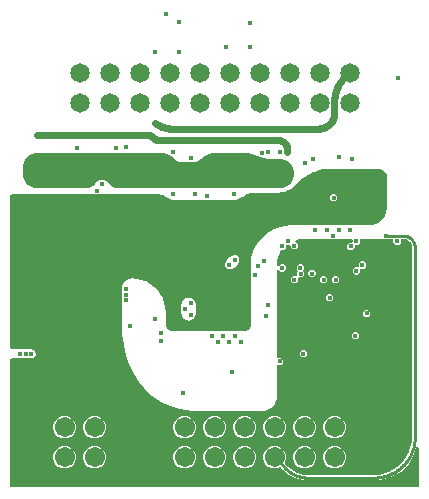
<source format=gbr>
G04 EAGLE Gerber RS-274X export*
G75*
%MOMM*%
%FSLAX34Y34*%
%LPD*%
%INCopper Layer 2*%
%IPPOS*%
%AMOC8*
5,1,8,0,0,1.08239X$1,22.5*%
G01*
%ADD10C,1.705100*%
%ADD11C,1.650000*%
%ADD12C,0.400000*%
%ADD13C,0.609600*%
%ADD14C,0.254000*%

G36*
X-35500Y94251D02*
X-35500Y94251D01*
X25429Y94251D01*
X25517Y94262D01*
X25568Y94259D01*
X26474Y94361D01*
X26697Y94415D01*
X26747Y94423D01*
X27608Y94724D01*
X27813Y94827D01*
X27860Y94845D01*
X28632Y95330D01*
X28809Y95476D01*
X28850Y95505D01*
X29495Y96150D01*
X29636Y96331D01*
X29670Y96368D01*
X30155Y97140D01*
X30251Y97349D01*
X30276Y97392D01*
X30577Y98253D01*
X30625Y98477D01*
X30639Y98526D01*
X30741Y99432D01*
X30740Y99521D01*
X30749Y99571D01*
X30749Y149955D01*
X31096Y154803D01*
X32119Y159508D01*
X33802Y164019D01*
X36110Y168245D01*
X38995Y172100D01*
X42400Y175505D01*
X46255Y178390D01*
X50481Y180698D01*
X54992Y182381D01*
X59697Y183404D01*
X64545Y183751D01*
X130000Y183751D01*
X130067Y183759D01*
X130109Y183756D01*
X132714Y183983D01*
X132862Y184016D01*
X132928Y184021D01*
X135454Y184698D01*
X135594Y184756D01*
X135658Y184772D01*
X138028Y185877D01*
X138157Y185959D01*
X138217Y185986D01*
X140358Y187486D01*
X140471Y187588D01*
X140525Y187626D01*
X142374Y189475D01*
X142467Y189595D01*
X142514Y189642D01*
X144014Y191783D01*
X144084Y191918D01*
X144123Y191972D01*
X145228Y194342D01*
X145274Y194487D01*
X145302Y194546D01*
X145979Y197072D01*
X145999Y197223D01*
X146017Y197286D01*
X146245Y199891D01*
X146242Y199959D01*
X146249Y200000D01*
X146249Y224000D01*
X146240Y224076D01*
X146243Y224122D01*
X146128Y225293D01*
X146088Y225469D01*
X146080Y225533D01*
X145739Y226659D01*
X145665Y226824D01*
X145645Y226885D01*
X145091Y227922D01*
X144986Y228069D01*
X144955Y228126D01*
X144208Y229035D01*
X144077Y229159D01*
X144035Y229208D01*
X143126Y229955D01*
X142973Y230051D01*
X142922Y230091D01*
X141885Y230645D01*
X141716Y230709D01*
X141659Y230739D01*
X140533Y231080D01*
X140355Y231110D01*
X140293Y231128D01*
X139122Y231243D01*
X139046Y231241D01*
X139000Y231249D01*
X97000Y231249D01*
X96952Y231243D01*
X96921Y231247D01*
X92335Y230956D01*
X92235Y230936D01*
X92178Y230936D01*
X87666Y230067D01*
X87569Y230035D01*
X87513Y230027D01*
X83148Y228594D01*
X83055Y228550D01*
X83001Y228535D01*
X78851Y226562D01*
X78765Y226507D01*
X78713Y226485D01*
X74846Y224003D01*
X74768Y223937D01*
X74719Y223909D01*
X71198Y220957D01*
X71151Y220907D01*
X71117Y220883D01*
X66661Y216428D01*
X64436Y214610D01*
X61988Y213167D01*
X59350Y212112D01*
X56583Y211469D01*
X53703Y211249D01*
X35500Y211249D01*
X35487Y211248D01*
X35479Y211249D01*
X33028Y211207D01*
X32915Y211191D01*
X32855Y211192D01*
X30433Y210811D01*
X30323Y210779D01*
X30264Y210772D01*
X27918Y210058D01*
X27814Y210012D01*
X27756Y209996D01*
X25533Y208964D01*
X25436Y208903D01*
X25380Y208880D01*
X23328Y207553D01*
X21720Y206538D01*
X20057Y205831D01*
X18301Y205399D01*
X16450Y205249D01*
X-33892Y205249D01*
X-35758Y205358D01*
X-37504Y205774D01*
X-39150Y206489D01*
X-40734Y207539D01*
X-42015Y208395D01*
X-42145Y208459D01*
X-42199Y208496D01*
X-43605Y209126D01*
X-43744Y209168D01*
X-43804Y209195D01*
X-45296Y209580D01*
X-45439Y209598D01*
X-45503Y209615D01*
X-47038Y209745D01*
X-47103Y209742D01*
X-47143Y209749D01*
X-171750Y209749D01*
X-171875Y209733D01*
X-172000Y209724D01*
X-172031Y209713D01*
X-172063Y209709D01*
X-172180Y209663D01*
X-172299Y209622D01*
X-172326Y209604D01*
X-172356Y209592D01*
X-172457Y209518D01*
X-172563Y209449D01*
X-172584Y209425D01*
X-172610Y209406D01*
X-172690Y209308D01*
X-172774Y209215D01*
X-172789Y209186D01*
X-172810Y209161D01*
X-172863Y209047D01*
X-172921Y208936D01*
X-172925Y208910D01*
X-172942Y208875D01*
X-172998Y208564D01*
X-172995Y208525D01*
X-172999Y208500D01*
X-172999Y80348D01*
X-172990Y80275D01*
X-172991Y80201D01*
X-172970Y80119D01*
X-172959Y80035D01*
X-172932Y79967D01*
X-172914Y79895D01*
X-172874Y79821D01*
X-172842Y79742D01*
X-172799Y79683D01*
X-172763Y79618D01*
X-172706Y79556D01*
X-172656Y79488D01*
X-172598Y79441D01*
X-172548Y79387D01*
X-172497Y79358D01*
X-172411Y79289D01*
X-172209Y79195D01*
X-172163Y79169D01*
X-171525Y78946D01*
X-171301Y78898D01*
X-171252Y78884D01*
X-170140Y78759D01*
X-170051Y78760D01*
X-170000Y78751D01*
X-155070Y78751D01*
X-154167Y78649D01*
X-153376Y78372D01*
X-152666Y77926D01*
X-152074Y77334D01*
X-151628Y76624D01*
X-151351Y75833D01*
X-151257Y75000D01*
X-151351Y74167D01*
X-151628Y73376D01*
X-152074Y72666D01*
X-152666Y72074D01*
X-153376Y71628D01*
X-154167Y71351D01*
X-155070Y71249D01*
X-170000Y71249D01*
X-170088Y71238D01*
X-170140Y71241D01*
X-171252Y71116D01*
X-171476Y71062D01*
X-171525Y71054D01*
X-172163Y70831D01*
X-172229Y70798D01*
X-172299Y70774D01*
X-172370Y70727D01*
X-172445Y70690D01*
X-172501Y70641D01*
X-172563Y70600D01*
X-172619Y70538D01*
X-172683Y70483D01*
X-172725Y70422D01*
X-172774Y70367D01*
X-172814Y70292D01*
X-172861Y70222D01*
X-172887Y70153D01*
X-172921Y70087D01*
X-172931Y70029D01*
X-172969Y69926D01*
X-172990Y69703D01*
X-172999Y69652D01*
X-172999Y-36750D01*
X-172983Y-36875D01*
X-172974Y-37000D01*
X-172963Y-37031D01*
X-172959Y-37063D01*
X-172913Y-37180D01*
X-172872Y-37299D01*
X-172854Y-37326D01*
X-172842Y-37356D01*
X-172768Y-37457D01*
X-172699Y-37563D01*
X-172675Y-37584D01*
X-172656Y-37610D01*
X-172558Y-37690D01*
X-172465Y-37774D01*
X-172436Y-37789D01*
X-172411Y-37810D01*
X-172297Y-37863D01*
X-172186Y-37921D01*
X-172160Y-37925D01*
X-172125Y-37942D01*
X-171814Y-37998D01*
X-171775Y-37995D01*
X-171750Y-37999D01*
X171750Y-37999D01*
X171875Y-37983D01*
X172000Y-37974D01*
X172031Y-37963D01*
X172063Y-37959D01*
X172180Y-37913D01*
X172299Y-37872D01*
X172326Y-37854D01*
X172356Y-37842D01*
X172457Y-37768D01*
X172563Y-37699D01*
X172584Y-37675D01*
X172610Y-37656D01*
X172690Y-37558D01*
X172774Y-37465D01*
X172789Y-37436D01*
X172810Y-37411D01*
X172863Y-37297D01*
X172921Y-37186D01*
X172925Y-37160D01*
X172942Y-37125D01*
X172998Y-36814D01*
X172995Y-36775D01*
X172999Y-36750D01*
X172999Y-5307D01*
X172980Y-5157D01*
X172962Y-5004D01*
X172960Y-4999D01*
X172959Y-4994D01*
X172903Y-4853D01*
X172848Y-4710D01*
X172844Y-4706D01*
X172842Y-4701D01*
X172752Y-4578D01*
X172663Y-4454D01*
X172659Y-4451D01*
X172656Y-4446D01*
X172539Y-4351D01*
X172420Y-4253D01*
X172416Y-4250D01*
X172411Y-4247D01*
X172272Y-4183D01*
X172135Y-4118D01*
X172130Y-4117D01*
X172125Y-4115D01*
X171975Y-4088D01*
X171825Y-4060D01*
X171820Y-4060D01*
X171814Y-4059D01*
X171662Y-4071D01*
X171510Y-4081D01*
X171505Y-4082D01*
X171500Y-4083D01*
X171354Y-4132D01*
X171211Y-4180D01*
X171206Y-4183D01*
X171201Y-4185D01*
X171072Y-4270D01*
X170946Y-4351D01*
X170942Y-4355D01*
X170937Y-4358D01*
X170835Y-4471D01*
X170732Y-4583D01*
X170730Y-4587D01*
X170726Y-4592D01*
X170579Y-4871D01*
X170569Y-4930D01*
X170543Y-4983D01*
X169280Y-9699D01*
X164437Y-18088D01*
X157588Y-24937D01*
X149199Y-29780D01*
X139843Y-32287D01*
X74976Y-32287D01*
X67934Y-30400D01*
X61621Y-26755D01*
X60079Y-25213D01*
X58704Y-23838D01*
X58008Y-23142D01*
X56407Y-21541D01*
X56376Y-21517D01*
X56350Y-21487D01*
X56251Y-21420D01*
X56157Y-21348D01*
X56121Y-21332D01*
X56089Y-21310D01*
X55977Y-21270D01*
X55867Y-21223D01*
X55829Y-21217D01*
X55792Y-21204D01*
X55673Y-21193D01*
X55556Y-21175D01*
X55517Y-21179D01*
X55478Y-21176D01*
X55414Y-21190D01*
X55242Y-21207D01*
X55109Y-21256D01*
X55045Y-21270D01*
X52698Y-22242D01*
X48902Y-22242D01*
X45395Y-20790D01*
X42710Y-18105D01*
X41258Y-14598D01*
X41258Y-10802D01*
X42710Y-7295D01*
X45395Y-4610D01*
X48902Y-3158D01*
X52698Y-3158D01*
X56205Y-4610D01*
X58890Y-7295D01*
X60342Y-10802D01*
X60342Y-14598D01*
X59370Y-16945D01*
X59360Y-16983D01*
X59342Y-17018D01*
X59318Y-17135D01*
X59287Y-17250D01*
X59286Y-17289D01*
X59279Y-17327D01*
X59284Y-17446D01*
X59283Y-17565D01*
X59292Y-17603D01*
X59294Y-17642D01*
X59330Y-17756D01*
X59358Y-17872D01*
X59377Y-17906D01*
X59388Y-17943D01*
X59426Y-17997D01*
X59507Y-18150D01*
X59603Y-18253D01*
X59641Y-18307D01*
X61242Y-19908D01*
X61921Y-20587D01*
X62278Y-20944D01*
X62317Y-20974D01*
X62337Y-20999D01*
X64487Y-22885D01*
X64637Y-22986D01*
X64686Y-23028D01*
X69629Y-25882D01*
X69920Y-26004D01*
X69927Y-26004D01*
X69931Y-26006D01*
X75444Y-27484D01*
X75623Y-27508D01*
X75685Y-27524D01*
X78539Y-27711D01*
X78589Y-27708D01*
X78621Y-27713D01*
X135000Y-27713D01*
X135050Y-27707D01*
X135082Y-27711D01*
X139123Y-27446D01*
X139301Y-27411D01*
X139365Y-27406D01*
X147173Y-25314D01*
X147465Y-25194D01*
X147470Y-25190D01*
X147474Y-25189D01*
X154474Y-21147D01*
X154725Y-20956D01*
X154729Y-20951D01*
X154733Y-20949D01*
X160449Y-15233D01*
X160642Y-14984D01*
X160644Y-14978D01*
X160647Y-14974D01*
X164689Y-7974D01*
X164811Y-7683D01*
X164812Y-7677D01*
X164814Y-7673D01*
X166906Y135D01*
X166930Y314D01*
X166946Y377D01*
X167211Y4418D01*
X167208Y4468D01*
X167213Y4500D01*
X167213Y165000D01*
X167204Y165076D01*
X167207Y165123D01*
X167083Y166384D01*
X167013Y166691D01*
X166998Y166719D01*
X166994Y166739D01*
X166029Y169069D01*
X166017Y169089D01*
X166011Y169111D01*
X165978Y169157D01*
X165872Y169343D01*
X165792Y169425D01*
X165758Y169475D01*
X163975Y171258D01*
X163956Y171272D01*
X163942Y171290D01*
X163894Y171320D01*
X163725Y171451D01*
X163620Y171496D01*
X163569Y171529D01*
X162060Y172154D01*
X162037Y172160D01*
X162017Y172171D01*
X161962Y172181D01*
X161755Y172237D01*
X161641Y172239D01*
X161581Y172249D01*
X158766Y172249D01*
X158641Y172233D01*
X158516Y172224D01*
X158485Y172213D01*
X158453Y172209D01*
X158336Y172163D01*
X158217Y172122D01*
X158190Y172104D01*
X158160Y172092D01*
X158059Y172018D01*
X157953Y171949D01*
X157932Y171925D01*
X157906Y171906D01*
X157826Y171808D01*
X157742Y171715D01*
X157727Y171686D01*
X157706Y171661D01*
X157653Y171547D01*
X157595Y171436D01*
X157591Y171410D01*
X157574Y171375D01*
X157518Y171064D01*
X157521Y171025D01*
X157517Y171000D01*
X157517Y168750D01*
X155750Y166983D01*
X153250Y166983D01*
X151483Y168750D01*
X151483Y171000D01*
X151467Y171125D01*
X151458Y171250D01*
X151447Y171281D01*
X151443Y171313D01*
X151397Y171430D01*
X151356Y171549D01*
X151338Y171576D01*
X151326Y171606D01*
X151252Y171707D01*
X151183Y171813D01*
X151159Y171834D01*
X151140Y171860D01*
X151042Y171940D01*
X150949Y172024D01*
X150920Y172039D01*
X150895Y172060D01*
X150781Y172113D01*
X150670Y172171D01*
X150644Y172175D01*
X150609Y172192D01*
X150298Y172248D01*
X150259Y172245D01*
X150234Y172249D01*
X147033Y172249D01*
X146924Y172235D01*
X146814Y172230D01*
X146768Y172216D01*
X146720Y172209D01*
X146618Y172169D01*
X146513Y172136D01*
X146482Y172114D01*
X146427Y172092D01*
X146278Y171983D01*
X143727Y171983D01*
X143682Y172024D01*
X143639Y172047D01*
X143601Y172076D01*
X143500Y172120D01*
X143402Y172171D01*
X143366Y172178D01*
X143311Y172201D01*
X142999Y172249D01*
X142980Y172247D01*
X142967Y172249D01*
X124266Y172249D01*
X124141Y172233D01*
X124016Y172224D01*
X123985Y172213D01*
X123953Y172209D01*
X123836Y172163D01*
X123717Y172122D01*
X123690Y172104D01*
X123660Y172092D01*
X123559Y172018D01*
X123453Y171949D01*
X123432Y171925D01*
X123406Y171906D01*
X123326Y171808D01*
X123242Y171715D01*
X123227Y171686D01*
X123206Y171661D01*
X123153Y171547D01*
X123095Y171436D01*
X123091Y171410D01*
X123074Y171375D01*
X123018Y171064D01*
X123021Y171025D01*
X123017Y171000D01*
X123017Y168750D01*
X121250Y166983D01*
X119766Y166983D01*
X119641Y166967D01*
X119516Y166958D01*
X119485Y166947D01*
X119453Y166943D01*
X119336Y166897D01*
X119217Y166856D01*
X119190Y166838D01*
X119160Y166826D01*
X119059Y166752D01*
X118953Y166683D01*
X118932Y166659D01*
X118906Y166640D01*
X118826Y166542D01*
X118742Y166449D01*
X118727Y166420D01*
X118706Y166395D01*
X118653Y166281D01*
X118595Y166170D01*
X118591Y166144D01*
X118574Y166109D01*
X118518Y165798D01*
X118521Y165759D01*
X118517Y165734D01*
X118517Y164750D01*
X116750Y162983D01*
X114250Y162983D01*
X112483Y164750D01*
X112483Y167250D01*
X114250Y169017D01*
X115734Y169017D01*
X115859Y169033D01*
X115984Y169042D01*
X116015Y169053D01*
X116047Y169057D01*
X116164Y169103D01*
X116283Y169144D01*
X116310Y169162D01*
X116340Y169174D01*
X116441Y169248D01*
X116547Y169317D01*
X116568Y169341D01*
X116594Y169360D01*
X116674Y169458D01*
X116758Y169551D01*
X116773Y169580D01*
X116794Y169605D01*
X116847Y169719D01*
X116905Y169830D01*
X116909Y169856D01*
X116926Y169891D01*
X116982Y170202D01*
X116979Y170241D01*
X116983Y170266D01*
X116983Y171000D01*
X116967Y171125D01*
X116958Y171250D01*
X116947Y171281D01*
X116943Y171313D01*
X116897Y171430D01*
X116856Y171549D01*
X116838Y171576D01*
X116826Y171606D01*
X116752Y171707D01*
X116683Y171813D01*
X116659Y171834D01*
X116640Y171860D01*
X116542Y171940D01*
X116449Y172024D01*
X116420Y172039D01*
X116395Y172060D01*
X116281Y172113D01*
X116170Y172171D01*
X116144Y172175D01*
X116109Y172192D01*
X115798Y172248D01*
X115759Y172245D01*
X115734Y172249D01*
X102033Y172249D01*
X101924Y172235D01*
X101814Y172230D01*
X101768Y172216D01*
X101720Y172209D01*
X101618Y172169D01*
X101513Y172136D01*
X101482Y172114D01*
X101427Y172092D01*
X101278Y171983D01*
X98727Y171983D01*
X98682Y172024D01*
X98639Y172047D01*
X98601Y172076D01*
X98500Y172120D01*
X98402Y172171D01*
X98366Y172178D01*
X98311Y172201D01*
X97999Y172249D01*
X97980Y172247D01*
X97967Y172249D01*
X75000Y172249D01*
X74940Y172242D01*
X74902Y172245D01*
X71617Y171987D01*
X71487Y171960D01*
X71423Y171956D01*
X69469Y171487D01*
X69327Y171433D01*
X69183Y171380D01*
X69179Y171377D01*
X69174Y171375D01*
X69049Y171287D01*
X68924Y171200D01*
X68921Y171196D01*
X68916Y171193D01*
X68818Y171076D01*
X68718Y170961D01*
X68716Y170956D01*
X68713Y170952D01*
X68646Y170814D01*
X68579Y170678D01*
X68578Y170673D01*
X68576Y170668D01*
X68546Y170518D01*
X68515Y170369D01*
X68515Y170364D01*
X68514Y170358D01*
X68523Y170205D01*
X68531Y170053D01*
X68532Y170049D01*
X68533Y170043D01*
X68580Y169897D01*
X68625Y169752D01*
X68627Y169749D01*
X68629Y169743D01*
X68798Y169476D01*
X68852Y169426D01*
X68877Y169389D01*
X70517Y167750D01*
X70517Y165250D01*
X68750Y163483D01*
X66250Y163483D01*
X64483Y165250D01*
X64483Y165734D01*
X64467Y165859D01*
X64458Y165984D01*
X64447Y166015D01*
X64443Y166047D01*
X64397Y166164D01*
X64356Y166283D01*
X64338Y166310D01*
X64326Y166340D01*
X64252Y166441D01*
X64183Y166547D01*
X64159Y166568D01*
X64140Y166594D01*
X64042Y166674D01*
X63949Y166758D01*
X63920Y166773D01*
X63895Y166794D01*
X63781Y166847D01*
X63670Y166905D01*
X63644Y166909D01*
X63609Y166926D01*
X63298Y166982D01*
X63259Y166979D01*
X63234Y166983D01*
X61766Y166983D01*
X61641Y166967D01*
X61516Y166958D01*
X61485Y166947D01*
X61453Y166943D01*
X61336Y166897D01*
X61217Y166856D01*
X61190Y166838D01*
X61160Y166826D01*
X61059Y166752D01*
X60953Y166683D01*
X60932Y166659D01*
X60906Y166640D01*
X60826Y166542D01*
X60742Y166449D01*
X60727Y166420D01*
X60706Y166395D01*
X60653Y166281D01*
X60595Y166170D01*
X60591Y166144D01*
X60574Y166109D01*
X60518Y165798D01*
X60521Y165759D01*
X60517Y165734D01*
X60517Y164750D01*
X58750Y162983D01*
X57637Y162983D01*
X57539Y162971D01*
X57440Y162968D01*
X57383Y162951D01*
X57324Y162943D01*
X57232Y162907D01*
X57137Y162879D01*
X57086Y162848D01*
X57031Y162826D01*
X56951Y162768D01*
X56866Y162717D01*
X56836Y162684D01*
X56777Y162640D01*
X56577Y162395D01*
X56575Y162390D01*
X56572Y162387D01*
X55224Y160187D01*
X55169Y160066D01*
X55135Y160012D01*
X53874Y156967D01*
X53839Y156840D01*
X53813Y156781D01*
X53044Y153577D01*
X53029Y153445D01*
X53013Y153383D01*
X52757Y150134D01*
X52759Y150101D01*
X52754Y150068D01*
X52767Y149944D01*
X52773Y149819D01*
X52782Y149787D01*
X52786Y149754D01*
X52829Y149637D01*
X52866Y149517D01*
X52884Y149489D01*
X52895Y149458D01*
X52967Y149355D01*
X53032Y149249D01*
X53056Y149226D01*
X53075Y149199D01*
X53170Y149118D01*
X53260Y149031D01*
X53289Y149015D01*
X53314Y148993D01*
X53426Y148938D01*
X53536Y148877D01*
X53568Y148869D01*
X53598Y148854D01*
X53720Y148829D01*
X53841Y148797D01*
X53874Y148797D01*
X53907Y148790D01*
X54031Y148796D01*
X54156Y148796D01*
X54189Y148804D01*
X54222Y148806D01*
X54341Y148843D01*
X54462Y148874D01*
X54491Y148890D01*
X54523Y148900D01*
X54575Y148936D01*
X54739Y149026D01*
X54834Y149116D01*
X54886Y149152D01*
X56250Y150517D01*
X58750Y150517D01*
X60517Y148750D01*
X60517Y146250D01*
X58750Y144483D01*
X56250Y144483D01*
X54883Y145850D01*
X54771Y145937D01*
X54661Y146027D01*
X54647Y146034D01*
X54634Y146043D01*
X54504Y146099D01*
X54375Y146159D01*
X54359Y146162D01*
X54344Y146168D01*
X54203Y146190D01*
X54064Y146215D01*
X54048Y146213D01*
X54032Y146216D01*
X53891Y146202D01*
X53750Y146191D01*
X53734Y146186D01*
X53718Y146184D01*
X53586Y146135D01*
X53451Y146089D01*
X53437Y146080D01*
X53422Y146075D01*
X53307Y145994D01*
X53187Y145916D01*
X53176Y145904D01*
X53163Y145895D01*
X53071Y145788D01*
X52976Y145682D01*
X52968Y145668D01*
X52958Y145655D01*
X52895Y145528D01*
X52829Y145402D01*
X52827Y145390D01*
X52818Y145372D01*
X52754Y145063D01*
X52757Y145004D01*
X52751Y144967D01*
X52751Y72766D01*
X52767Y72641D01*
X52776Y72516D01*
X52787Y72485D01*
X52791Y72453D01*
X52837Y72336D01*
X52878Y72217D01*
X52896Y72190D01*
X52908Y72160D01*
X52982Y72059D01*
X53051Y71953D01*
X53075Y71932D01*
X53094Y71906D01*
X53192Y71826D01*
X53285Y71742D01*
X53314Y71727D01*
X53339Y71706D01*
X53453Y71653D01*
X53565Y71595D01*
X53590Y71591D01*
X53625Y71574D01*
X53936Y71518D01*
X53975Y71521D01*
X54000Y71517D01*
X56250Y71517D01*
X58017Y69750D01*
X58017Y67250D01*
X56250Y65483D01*
X54000Y65483D01*
X53875Y65467D01*
X53750Y65458D01*
X53719Y65447D01*
X53687Y65443D01*
X53570Y65397D01*
X53451Y65356D01*
X53424Y65338D01*
X53394Y65326D01*
X53292Y65252D01*
X53187Y65183D01*
X53166Y65159D01*
X53140Y65140D01*
X53060Y65042D01*
X52976Y64949D01*
X52961Y64920D01*
X52940Y64895D01*
X52887Y64781D01*
X52829Y64670D01*
X52825Y64644D01*
X52808Y64609D01*
X52752Y64298D01*
X52755Y64259D01*
X52751Y64234D01*
X52751Y39055D01*
X52552Y36787D01*
X51977Y34641D01*
X51038Y32627D01*
X49764Y30807D01*
X48193Y29236D01*
X46373Y27962D01*
X44359Y27023D01*
X42213Y26448D01*
X39945Y26249D01*
X-9988Y26249D01*
X-17360Y26381D01*
X-17709Y26401D01*
X-25041Y27256D01*
X-32395Y28856D01*
X-39550Y31167D01*
X-45343Y33784D01*
X-50756Y37099D01*
X-55713Y41065D01*
X-60136Y45618D01*
X-63960Y50696D01*
X-68386Y58176D01*
X-72070Y66057D01*
X-74971Y74259D01*
X-77064Y82703D01*
X-78327Y91310D01*
X-78751Y100030D01*
X-78751Y129945D01*
X-78613Y131519D01*
X-78219Y132991D01*
X-77574Y134373D01*
X-76700Y135622D01*
X-75622Y136700D01*
X-74373Y137574D01*
X-72991Y138219D01*
X-71519Y138613D01*
X-69990Y138747D01*
X-65909Y138455D01*
X-61901Y137583D01*
X-58058Y136150D01*
X-54458Y134184D01*
X-51174Y131726D01*
X-48274Y128826D01*
X-45816Y125542D01*
X-43850Y121942D01*
X-42417Y118099D01*
X-41545Y114091D01*
X-41249Y109955D01*
X-41249Y100000D01*
X-41238Y99912D01*
X-41241Y99860D01*
X-41129Y98859D01*
X-41074Y98636D01*
X-41066Y98586D01*
X-40734Y97635D01*
X-40631Y97430D01*
X-40612Y97383D01*
X-40076Y96530D01*
X-39930Y96352D01*
X-39902Y96311D01*
X-39189Y95598D01*
X-39007Y95458D01*
X-38970Y95424D01*
X-38117Y94888D01*
X-37909Y94791D01*
X-37865Y94766D01*
X-36914Y94434D01*
X-36689Y94386D01*
X-36641Y94371D01*
X-35640Y94259D01*
X-35551Y94260D01*
X-35500Y94251D01*
G37*
G36*
X-110000Y214995D02*
X-110000Y214995D01*
X-108075Y215144D01*
X-106196Y215588D01*
X-104408Y216315D01*
X-104408Y216316D01*
X-104407Y216315D01*
X-102753Y217309D01*
X-102753Y217310D01*
X-102752Y217310D01*
X-101271Y218546D01*
X-101270Y218547D01*
X-99996Y219997D01*
X-99219Y220854D01*
X-98298Y221553D01*
X-97264Y222070D01*
X-96152Y222388D01*
X-95000Y222495D01*
X-93848Y222388D01*
X-92736Y222070D01*
X-91702Y221553D01*
X-90781Y220854D01*
X-90004Y219997D01*
X-88730Y218547D01*
X-88730Y218546D01*
X-87248Y217310D01*
X-87247Y217310D01*
X-87247Y217309D01*
X-85593Y216315D01*
X-85592Y216315D01*
X-83804Y215588D01*
X-81925Y215144D01*
X-80000Y214995D01*
X55000Y214995D01*
X57171Y215185D01*
X57172Y215185D01*
X59277Y215749D01*
X59277Y215750D01*
X59277Y215749D01*
X61252Y216670D01*
X61252Y216671D01*
X61253Y216671D01*
X63038Y217920D01*
X63038Y217921D01*
X64579Y219462D01*
X64580Y219462D01*
X65829Y221247D01*
X65829Y221248D01*
X65830Y221248D01*
X66751Y223223D01*
X67315Y225328D01*
X67315Y225329D01*
X67333Y225533D01*
X67352Y225757D01*
X67353Y225757D01*
X67372Y225980D01*
X67377Y226035D01*
X67396Y226259D01*
X67416Y226482D01*
X67436Y226706D01*
X67460Y226984D01*
X67479Y227208D01*
X67499Y227431D01*
X67505Y227500D01*
X67315Y229671D01*
X67315Y229672D01*
X66751Y231777D01*
X66750Y231777D01*
X66751Y231777D01*
X65830Y233752D01*
X65829Y233752D01*
X65829Y233753D01*
X64580Y235538D01*
X64579Y235538D01*
X63038Y237079D01*
X63038Y237080D01*
X61253Y238329D01*
X61252Y238329D01*
X61252Y238330D01*
X59277Y239251D01*
X57172Y239815D01*
X57171Y239815D01*
X55000Y240005D01*
X45000Y240005D01*
X41546Y240288D01*
X38183Y241128D01*
X31820Y243881D01*
X28456Y244722D01*
X25000Y245005D01*
X0Y245005D01*
X-48Y245001D01*
X-114Y244996D01*
X-179Y244991D01*
X-244Y244986D01*
X-309Y244981D01*
X-374Y244976D01*
X-439Y244972D01*
X-505Y244967D01*
X-570Y244962D01*
X-635Y244957D01*
X-700Y244952D01*
X-765Y244947D01*
X-830Y244942D01*
X-896Y244937D01*
X-961Y244932D01*
X-1026Y244927D01*
X-1091Y244922D01*
X-1156Y244917D01*
X-1221Y244912D01*
X-1287Y244907D01*
X-1352Y244902D01*
X-1417Y244897D01*
X-1482Y244892D01*
X-1547Y244887D01*
X-1612Y244882D01*
X-1677Y244877D01*
X-1678Y244877D01*
X-1743Y244872D01*
X-1808Y244867D01*
X-1873Y244862D01*
X-1938Y244857D01*
X-2003Y244852D01*
X-2068Y244847D01*
X-2069Y244847D01*
X-2134Y244842D01*
X-2199Y244837D01*
X-2200Y244837D01*
X-4347Y244338D01*
X-4348Y244338D01*
X-6395Y243519D01*
X-6396Y243519D01*
X-8295Y242399D01*
X-8296Y242399D01*
X-11711Y239609D01*
X-13609Y238490D01*
X-15656Y237671D01*
X-17802Y237173D01*
X-17829Y237171D01*
X-17894Y237166D01*
X-17959Y237161D01*
X-18024Y237156D01*
X-18089Y237151D01*
X-18154Y237146D01*
X-18220Y237141D01*
X-18285Y237136D01*
X-18350Y237131D01*
X-18415Y237126D01*
X-18480Y237121D01*
X-18545Y237116D01*
X-18611Y237111D01*
X-18676Y237106D01*
X-18741Y237101D01*
X-18806Y237096D01*
X-18871Y237091D01*
X-18936Y237086D01*
X-19002Y237081D01*
X-19067Y237076D01*
X-19132Y237071D01*
X-19197Y237066D01*
X-19262Y237061D01*
X-19327Y237056D01*
X-19393Y237051D01*
X-19458Y237046D01*
X-19523Y237041D01*
X-19588Y237036D01*
X-19653Y237031D01*
X-19718Y237026D01*
X-19784Y237022D01*
X-19849Y237017D01*
X-19914Y237012D01*
X-19979Y237007D01*
X-20000Y237005D01*
X-25000Y237005D01*
X-25021Y237007D01*
X-25151Y237017D01*
X-25216Y237022D01*
X-25347Y237031D01*
X-25412Y237036D01*
X-25542Y237046D01*
X-25607Y237051D01*
X-25803Y237066D01*
X-25998Y237081D01*
X-26064Y237086D01*
X-26194Y237096D01*
X-26259Y237101D01*
X-26389Y237111D01*
X-26455Y237116D01*
X-26585Y237126D01*
X-26650Y237131D01*
X-26780Y237141D01*
X-26846Y237146D01*
X-26976Y237156D01*
X-27041Y237161D01*
X-27171Y237171D01*
X-27198Y237173D01*
X-29345Y237671D01*
X-31391Y238490D01*
X-33289Y239609D01*
X-36704Y242399D01*
X-36705Y242399D01*
X-38604Y243519D01*
X-38605Y243519D01*
X-40652Y244338D01*
X-40653Y244338D01*
X-42800Y244837D01*
X-42801Y244837D01*
X-42932Y244847D01*
X-42997Y244852D01*
X-43127Y244862D01*
X-43192Y244867D01*
X-43323Y244877D01*
X-43388Y244882D01*
X-43518Y244892D01*
X-43583Y244897D01*
X-43779Y244912D01*
X-43844Y244917D01*
X-43974Y244927D01*
X-44039Y244932D01*
X-44170Y244942D01*
X-44235Y244947D01*
X-44365Y244957D01*
X-44430Y244962D01*
X-44561Y244972D01*
X-44626Y244976D01*
X-44756Y244986D01*
X-44821Y244991D01*
X-44952Y245001D01*
X-45000Y245005D01*
X-150000Y245005D01*
X-152171Y244815D01*
X-152172Y244815D01*
X-154277Y244251D01*
X-154277Y244250D01*
X-154277Y244251D01*
X-156252Y243330D01*
X-156252Y243329D01*
X-156253Y243329D01*
X-158038Y242080D01*
X-158038Y242079D01*
X-159579Y240538D01*
X-159580Y240538D01*
X-160829Y238753D01*
X-160829Y238752D01*
X-160830Y238752D01*
X-161751Y236777D01*
X-162315Y234672D01*
X-162315Y234671D01*
X-162321Y234607D01*
X-162345Y234329D01*
X-162365Y234105D01*
X-162384Y233882D01*
X-162404Y233658D01*
X-162408Y233604D01*
X-162428Y233380D01*
X-162448Y233156D01*
X-162467Y232933D01*
X-162487Y232709D01*
X-162491Y232655D01*
X-162492Y232655D01*
X-162505Y232500D01*
X-162505Y227500D01*
X-162315Y225329D01*
X-162315Y225328D01*
X-161751Y223223D01*
X-161750Y223223D01*
X-161751Y223223D01*
X-160830Y221248D01*
X-160829Y221248D01*
X-160829Y221247D01*
X-159580Y219462D01*
X-159579Y219462D01*
X-158038Y217921D01*
X-158038Y217920D01*
X-156253Y216671D01*
X-156252Y216671D01*
X-156252Y216670D01*
X-154277Y215749D01*
X-154277Y215750D01*
X-154277Y215749D01*
X-152172Y215185D01*
X-152171Y215185D01*
X-150000Y214995D01*
X-110000Y214995D01*
X-110000Y214995D01*
G37*
%LPC*%
G36*
X-128898Y3158D02*
X-128898Y3158D01*
X-132405Y4610D01*
X-135090Y7295D01*
X-136542Y10802D01*
X-136542Y14598D01*
X-135090Y18105D01*
X-132405Y20790D01*
X-128898Y22242D01*
X-125102Y22242D01*
X-121595Y20790D01*
X-118910Y18105D01*
X-117458Y14598D01*
X-117458Y10802D01*
X-118910Y7295D01*
X-121595Y4610D01*
X-125102Y3158D01*
X-128898Y3158D01*
G37*
%LPD*%
%LPC*%
G36*
X74302Y3158D02*
X74302Y3158D01*
X70795Y4610D01*
X68110Y7295D01*
X66658Y10802D01*
X66658Y14598D01*
X68110Y18105D01*
X70795Y20790D01*
X74302Y22242D01*
X78098Y22242D01*
X81605Y20790D01*
X84290Y18105D01*
X85742Y14598D01*
X85742Y10802D01*
X84290Y7295D01*
X81605Y4610D01*
X78098Y3158D01*
X74302Y3158D01*
G37*
%LPD*%
%LPC*%
G36*
X99702Y3158D02*
X99702Y3158D01*
X96195Y4610D01*
X93510Y7295D01*
X92058Y10802D01*
X92058Y14598D01*
X93510Y18105D01*
X96195Y20790D01*
X99702Y22242D01*
X103498Y22242D01*
X107005Y20790D01*
X109690Y18105D01*
X111142Y14598D01*
X111142Y10802D01*
X109690Y7295D01*
X107005Y4610D01*
X103498Y3158D01*
X99702Y3158D01*
G37*
%LPD*%
%LPC*%
G36*
X23502Y3158D02*
X23502Y3158D01*
X19995Y4610D01*
X17310Y7295D01*
X15858Y10802D01*
X15858Y14598D01*
X17310Y18105D01*
X19995Y20790D01*
X23502Y22242D01*
X27298Y22242D01*
X30805Y20790D01*
X33490Y18105D01*
X34942Y14598D01*
X34942Y10802D01*
X33490Y7295D01*
X30805Y4610D01*
X27298Y3158D01*
X23502Y3158D01*
G37*
%LPD*%
%LPC*%
G36*
X48902Y3158D02*
X48902Y3158D01*
X45395Y4610D01*
X42710Y7295D01*
X41258Y10802D01*
X41258Y14598D01*
X42710Y18105D01*
X45395Y20790D01*
X48902Y22242D01*
X52698Y22242D01*
X56205Y20790D01*
X58890Y18105D01*
X60342Y14598D01*
X60342Y10802D01*
X58890Y7295D01*
X56205Y4610D01*
X52698Y3158D01*
X48902Y3158D01*
G37*
%LPD*%
%LPC*%
G36*
X-27298Y3158D02*
X-27298Y3158D01*
X-30805Y4610D01*
X-33490Y7295D01*
X-34942Y10802D01*
X-34942Y14598D01*
X-33490Y18105D01*
X-30805Y20790D01*
X-27298Y22242D01*
X-23502Y22242D01*
X-19995Y20790D01*
X-17310Y18105D01*
X-15858Y14598D01*
X-15858Y10802D01*
X-17310Y7295D01*
X-19995Y4610D01*
X-23502Y3158D01*
X-27298Y3158D01*
G37*
%LPD*%
%LPC*%
G36*
X-103498Y3158D02*
X-103498Y3158D01*
X-107005Y4610D01*
X-109690Y7295D01*
X-111142Y10802D01*
X-111142Y14598D01*
X-109690Y18105D01*
X-107005Y20790D01*
X-103498Y22242D01*
X-99702Y22242D01*
X-96195Y20790D01*
X-93510Y18105D01*
X-92058Y14598D01*
X-92058Y10802D01*
X-93510Y7295D01*
X-96195Y4610D01*
X-99702Y3158D01*
X-103498Y3158D01*
G37*
%LPD*%
%LPC*%
G36*
X-128898Y-22242D02*
X-128898Y-22242D01*
X-132405Y-20790D01*
X-135090Y-18105D01*
X-136542Y-14598D01*
X-136542Y-10802D01*
X-135090Y-7295D01*
X-132405Y-4610D01*
X-128898Y-3158D01*
X-125102Y-3158D01*
X-121595Y-4610D01*
X-118910Y-7295D01*
X-117458Y-10802D01*
X-117458Y-14598D01*
X-118910Y-18105D01*
X-121595Y-20790D01*
X-125102Y-22242D01*
X-128898Y-22242D01*
G37*
%LPD*%
%LPC*%
G36*
X23502Y-22242D02*
X23502Y-22242D01*
X19995Y-20790D01*
X17310Y-18105D01*
X15858Y-14598D01*
X15858Y-10802D01*
X17310Y-7295D01*
X19995Y-4610D01*
X23502Y-3158D01*
X27298Y-3158D01*
X30805Y-4610D01*
X33490Y-7295D01*
X34942Y-10802D01*
X34942Y-14598D01*
X33490Y-18105D01*
X30805Y-20790D01*
X27298Y-22242D01*
X23502Y-22242D01*
G37*
%LPD*%
%LPC*%
G36*
X74302Y-22242D02*
X74302Y-22242D01*
X70795Y-20790D01*
X68110Y-18105D01*
X66658Y-14598D01*
X66658Y-10802D01*
X68110Y-7295D01*
X70795Y-4610D01*
X74302Y-3158D01*
X78098Y-3158D01*
X81605Y-4610D01*
X84290Y-7295D01*
X85742Y-10802D01*
X85742Y-14598D01*
X84290Y-18105D01*
X81605Y-20790D01*
X78098Y-22242D01*
X74302Y-22242D01*
G37*
%LPD*%
%LPC*%
G36*
X99702Y-22242D02*
X99702Y-22242D01*
X96195Y-20790D01*
X93510Y-18105D01*
X92058Y-14598D01*
X92058Y-10802D01*
X93510Y-7295D01*
X96195Y-4610D01*
X99702Y-3158D01*
X103498Y-3158D01*
X107005Y-4610D01*
X109690Y-7295D01*
X111142Y-10802D01*
X111142Y-14598D01*
X109690Y-18105D01*
X107005Y-20790D01*
X103498Y-22242D01*
X99702Y-22242D01*
G37*
%LPD*%
%LPC*%
G36*
X-27298Y-22242D02*
X-27298Y-22242D01*
X-30805Y-20790D01*
X-33490Y-18105D01*
X-34942Y-14598D01*
X-34942Y-10802D01*
X-33490Y-7295D01*
X-30805Y-4610D01*
X-27298Y-3158D01*
X-23502Y-3158D01*
X-19995Y-4610D01*
X-17310Y-7295D01*
X-15858Y-10802D01*
X-15858Y-14598D01*
X-17310Y-18105D01*
X-19995Y-20790D01*
X-23502Y-22242D01*
X-27298Y-22242D01*
G37*
%LPD*%
%LPC*%
G36*
X-103498Y-22242D02*
X-103498Y-22242D01*
X-107005Y-20790D01*
X-109690Y-18105D01*
X-111142Y-14598D01*
X-111142Y-10802D01*
X-109690Y-7295D01*
X-107005Y-4610D01*
X-103498Y-3158D01*
X-99702Y-3158D01*
X-96195Y-4610D01*
X-93510Y-7295D01*
X-92058Y-10802D01*
X-92058Y-14598D01*
X-93510Y-18105D01*
X-96195Y-20790D01*
X-99702Y-22242D01*
X-103498Y-22242D01*
G37*
%LPD*%
%LPC*%
G36*
X-1898Y3158D02*
X-1898Y3158D01*
X-5405Y4610D01*
X-8090Y7295D01*
X-9542Y10802D01*
X-9542Y14598D01*
X-8090Y18105D01*
X-5405Y20790D01*
X-1898Y22242D01*
X1898Y22242D01*
X5405Y20790D01*
X8090Y18105D01*
X9542Y14598D01*
X9542Y10802D01*
X8090Y7295D01*
X5405Y4610D01*
X1898Y3158D01*
X-1898Y3158D01*
G37*
%LPD*%
%LPC*%
G36*
X-1898Y-22242D02*
X-1898Y-22242D01*
X-5405Y-20790D01*
X-8090Y-18105D01*
X-9542Y-14598D01*
X-9542Y-10802D01*
X-8090Y-7295D01*
X-5405Y-4610D01*
X-1898Y-3158D01*
X1898Y-3158D01*
X5405Y-4610D01*
X8090Y-7295D01*
X9542Y-10802D01*
X9542Y-14598D01*
X8090Y-18105D01*
X5405Y-20790D01*
X1898Y-22242D01*
X-1898Y-22242D01*
G37*
%LPD*%
%LPC*%
G36*
X-22793Y122423D02*
X-22793Y122423D01*
X-22377Y122464D01*
X-22235Y122496D01*
X-22144Y122515D01*
X-22122Y122513D01*
X-21942Y122518D01*
X-21878Y122513D01*
X-21845Y122516D01*
X-21725Y122478D01*
X-21661Y122474D01*
X-21623Y122464D01*
X-21207Y122423D01*
X-21061Y122427D01*
X-20968Y122428D01*
X-20947Y122421D01*
X-20769Y122391D01*
X-20707Y122373D01*
X-20674Y122370D01*
X-20564Y122309D01*
X-20502Y122293D01*
X-20466Y122275D01*
X-20067Y122154D01*
X-19924Y122130D01*
X-19831Y122112D01*
X-19812Y122102D01*
X-19643Y122038D01*
X-19586Y122008D01*
X-19554Y121999D01*
X-19458Y121918D01*
X-19401Y121890D01*
X-19369Y121865D01*
X-19001Y121668D01*
X-18865Y121616D01*
X-18778Y121581D01*
X-18761Y121567D01*
X-18608Y121471D01*
X-18558Y121431D01*
X-18529Y121416D01*
X-18450Y121318D01*
X-18399Y121279D01*
X-18373Y121249D01*
X-18050Y120984D01*
X-17927Y120907D01*
X-17849Y120855D01*
X-17835Y120838D01*
X-17703Y120714D01*
X-17662Y120665D01*
X-17636Y120644D01*
X-17578Y120532D01*
X-17536Y120485D01*
X-17516Y120450D01*
X-17251Y120127D01*
X-17145Y120027D01*
X-17079Y119962D01*
X-17069Y119942D01*
X-16964Y119795D01*
X-16933Y119739D01*
X-16912Y119713D01*
X-16877Y119592D01*
X-16844Y119537D01*
X-16832Y119499D01*
X-16635Y119131D01*
X-16551Y119012D01*
X-16498Y118935D01*
X-16492Y118914D01*
X-16418Y118749D01*
X-16398Y118688D01*
X-16383Y118659D01*
X-16372Y118533D01*
X-16351Y118473D01*
X-16346Y118433D01*
X-16225Y118034D01*
X-16165Y117901D01*
X-16129Y117815D01*
X-16127Y117793D01*
X-16086Y117617D01*
X-16079Y117553D01*
X-16069Y117521D01*
X-16083Y117397D01*
X-16074Y117333D01*
X-16077Y117293D01*
X-16043Y116945D01*
X-16032Y116897D01*
X-16030Y116848D01*
X-15999Y116751D01*
X-15999Y116561D01*
X-15990Y116485D01*
X-15993Y116439D01*
X-15978Y116281D01*
X-15979Y116278D01*
X-15988Y116118D01*
X-15999Y116053D01*
X-15999Y109447D01*
X-15993Y109399D01*
X-15995Y109350D01*
X-15975Y109250D01*
X-15993Y109061D01*
X-15991Y108984D01*
X-15999Y108939D01*
X-15999Y108780D01*
X-16001Y108777D01*
X-16025Y108619D01*
X-16043Y108555D01*
X-16077Y108207D01*
X-16073Y108061D01*
X-16072Y107968D01*
X-16079Y107947D01*
X-16109Y107769D01*
X-16127Y107707D01*
X-16130Y107674D01*
X-16191Y107564D01*
X-16207Y107502D01*
X-16225Y107466D01*
X-16346Y107067D01*
X-16370Y106924D01*
X-16388Y106831D01*
X-16398Y106812D01*
X-16462Y106643D01*
X-16492Y106586D01*
X-16501Y106554D01*
X-16582Y106458D01*
X-16610Y106401D01*
X-16635Y106369D01*
X-16832Y106001D01*
X-16884Y105865D01*
X-16919Y105778D01*
X-16933Y105761D01*
X-17029Y105608D01*
X-17069Y105558D01*
X-17084Y105529D01*
X-17182Y105450D01*
X-17221Y105399D01*
X-17251Y105373D01*
X-17516Y105050D01*
X-17593Y104927D01*
X-17645Y104849D01*
X-17662Y104835D01*
X-17786Y104703D01*
X-17835Y104662D01*
X-17856Y104636D01*
X-17968Y104578D01*
X-18015Y104536D01*
X-18050Y104516D01*
X-18373Y104251D01*
X-18473Y104145D01*
X-18538Y104079D01*
X-18558Y104069D01*
X-18705Y103964D01*
X-18761Y103933D01*
X-18787Y103912D01*
X-18908Y103877D01*
X-18963Y103844D01*
X-19001Y103832D01*
X-19369Y103635D01*
X-19488Y103551D01*
X-19565Y103498D01*
X-19586Y103492D01*
X-19751Y103418D01*
X-19812Y103398D01*
X-19841Y103383D01*
X-19967Y103372D01*
X-20027Y103351D01*
X-20067Y103346D01*
X-20466Y103225D01*
X-20599Y103165D01*
X-20685Y103129D01*
X-20707Y103127D01*
X-20883Y103086D01*
X-20947Y103079D01*
X-20979Y103069D01*
X-21103Y103083D01*
X-21167Y103074D01*
X-21207Y103077D01*
X-21623Y103036D01*
X-21764Y103004D01*
X-21856Y102985D01*
X-21878Y102987D01*
X-22058Y102982D01*
X-22122Y102987D01*
X-22155Y102984D01*
X-22275Y103022D01*
X-22339Y103026D01*
X-22377Y103036D01*
X-22793Y103077D01*
X-22939Y103073D01*
X-23032Y103072D01*
X-23053Y103079D01*
X-23231Y103109D01*
X-23293Y103127D01*
X-23326Y103130D01*
X-23436Y103191D01*
X-23498Y103207D01*
X-23534Y103225D01*
X-23933Y103346D01*
X-24076Y103370D01*
X-24169Y103388D01*
X-24188Y103398D01*
X-24357Y103462D01*
X-24414Y103492D01*
X-24446Y103501D01*
X-24542Y103582D01*
X-24599Y103610D01*
X-24631Y103635D01*
X-24999Y103832D01*
X-25135Y103884D01*
X-25222Y103919D01*
X-25239Y103933D01*
X-25392Y104029D01*
X-25442Y104069D01*
X-25471Y104084D01*
X-25550Y104182D01*
X-25601Y104221D01*
X-25627Y104251D01*
X-25950Y104516D01*
X-26073Y104593D01*
X-26138Y104636D01*
X-26151Y104645D01*
X-26165Y104662D01*
X-26297Y104786D01*
X-26338Y104835D01*
X-26364Y104856D01*
X-26422Y104967D01*
X-26422Y104968D01*
X-26458Y105008D01*
X-26464Y105015D01*
X-26484Y105050D01*
X-26749Y105373D01*
X-26854Y105473D01*
X-26921Y105538D01*
X-26931Y105558D01*
X-27036Y105705D01*
X-27067Y105761D01*
X-27088Y105787D01*
X-27123Y105908D01*
X-27156Y105963D01*
X-27168Y106001D01*
X-27365Y106369D01*
X-27449Y106488D01*
X-27486Y106542D01*
X-27502Y106565D01*
X-27508Y106586D01*
X-27582Y106751D01*
X-27602Y106812D01*
X-27617Y106841D01*
X-27628Y106967D01*
X-27649Y107027D01*
X-27654Y107067D01*
X-27775Y107466D01*
X-27835Y107598D01*
X-27871Y107685D01*
X-27873Y107707D01*
X-27914Y107883D01*
X-27921Y107947D01*
X-27931Y107979D01*
X-27917Y108103D01*
X-27926Y108167D01*
X-27923Y108207D01*
X-27957Y108555D01*
X-27968Y108603D01*
X-27970Y108652D01*
X-28001Y108749D01*
X-28001Y108939D01*
X-28010Y109015D01*
X-28007Y109061D01*
X-28022Y109219D01*
X-28021Y109222D01*
X-28012Y109382D01*
X-28001Y109447D01*
X-28001Y110717D01*
X-28015Y110826D01*
X-28017Y110869D01*
X-28017Y114149D01*
X-28001Y114250D01*
X-28001Y114251D01*
X-28003Y114270D01*
X-28001Y114283D01*
X-28001Y116053D01*
X-28007Y116101D01*
X-28005Y116150D01*
X-28025Y116250D01*
X-28007Y116439D01*
X-28009Y116516D01*
X-28001Y116561D01*
X-28001Y116720D01*
X-27999Y116723D01*
X-27999Y116724D01*
X-27980Y116848D01*
X-27975Y116881D01*
X-27957Y116945D01*
X-27923Y117293D01*
X-27927Y117439D01*
X-27928Y117532D01*
X-27921Y117553D01*
X-27891Y117731D01*
X-27873Y117793D01*
X-27870Y117826D01*
X-27844Y117874D01*
X-27809Y117936D01*
X-27793Y117998D01*
X-27775Y118034D01*
X-27654Y118433D01*
X-27630Y118576D01*
X-27612Y118669D01*
X-27602Y118688D01*
X-27538Y118857D01*
X-27508Y118914D01*
X-27499Y118946D01*
X-27418Y119042D01*
X-27390Y119099D01*
X-27365Y119131D01*
X-27168Y119499D01*
X-27116Y119635D01*
X-27081Y119722D01*
X-27067Y119739D01*
X-26971Y119892D01*
X-26931Y119942D01*
X-26916Y119971D01*
X-26818Y120050D01*
X-26779Y120101D01*
X-26749Y120127D01*
X-26484Y120450D01*
X-26407Y120573D01*
X-26355Y120651D01*
X-26338Y120665D01*
X-26214Y120797D01*
X-26165Y120838D01*
X-26144Y120864D01*
X-26033Y120922D01*
X-26032Y120922D01*
X-25985Y120964D01*
X-25950Y120984D01*
X-25627Y121249D01*
X-25562Y121318D01*
X-25527Y121354D01*
X-25462Y121421D01*
X-25442Y121431D01*
X-25295Y121536D01*
X-25239Y121567D01*
X-25213Y121588D01*
X-25092Y121623D01*
X-25037Y121656D01*
X-24999Y121668D01*
X-24631Y121865D01*
X-24512Y121949D01*
X-24435Y122002D01*
X-24414Y122008D01*
X-24249Y122082D01*
X-24188Y122102D01*
X-24159Y122117D01*
X-24033Y122128D01*
X-23973Y122149D01*
X-23933Y122154D01*
X-23691Y122228D01*
X-23534Y122275D01*
X-23402Y122335D01*
X-23317Y122370D01*
X-23315Y122371D01*
X-23293Y122373D01*
X-23117Y122414D01*
X-23053Y122421D01*
X-23021Y122431D01*
X-22896Y122417D01*
X-22833Y122426D01*
X-22793Y122423D01*
G37*
%LPD*%
%LPC*%
G36*
X12357Y146485D02*
X12357Y146485D01*
X12354Y146485D01*
X12218Y146528D01*
X12217Y146528D01*
X12179Y146530D01*
X12165Y146531D01*
X12133Y146541D01*
X12079Y146547D01*
X11951Y146545D01*
X11823Y146549D01*
X11819Y146548D01*
X11629Y146588D01*
X11586Y146601D01*
X11445Y146682D01*
X11405Y146693D01*
X11381Y146706D01*
X11321Y146727D01*
X11196Y146754D01*
X11073Y146786D01*
X11068Y146786D01*
X10892Y146868D01*
X10852Y146890D01*
X10733Y147000D01*
X10696Y147019D01*
X10676Y147038D01*
X10622Y147071D01*
X10506Y147125D01*
X10393Y147184D01*
X10389Y147185D01*
X10235Y147304D01*
X10202Y147335D01*
X10110Y147468D01*
X10078Y147495D01*
X10063Y147518D01*
X10018Y147563D01*
X9917Y147640D01*
X9819Y147724D01*
X9815Y147726D01*
X9692Y147876D01*
X9666Y147913D01*
X9606Y148064D01*
X9582Y148097D01*
X9571Y148122D01*
X9538Y148176D01*
X9457Y148275D01*
X9380Y148377D01*
X9376Y148380D01*
X9290Y148554D01*
X9273Y148596D01*
X9248Y148756D01*
X9231Y148794D01*
X9227Y148821D01*
X9206Y148881D01*
X9149Y148996D01*
X9097Y149112D01*
X9094Y149116D01*
X9049Y149304D01*
X9041Y149349D01*
X9053Y149511D01*
X9045Y149552D01*
X9047Y149579D01*
X9041Y149633D01*
X9008Y149765D01*
X8986Y149872D01*
X8981Y150072D01*
X8984Y150131D01*
X8983Y150146D01*
X9024Y150283D01*
X9026Y150335D01*
X9036Y150368D01*
X9108Y151101D01*
X9125Y151281D01*
X9121Y151426D01*
X9121Y151444D01*
X9121Y151520D01*
X9127Y151541D01*
X9157Y151719D01*
X9175Y151781D01*
X9178Y151814D01*
X9239Y151924D01*
X9255Y151986D01*
X9273Y152021D01*
X9536Y152890D01*
X9561Y153034D01*
X9578Y153125D01*
X9588Y153144D01*
X9653Y153313D01*
X9682Y153371D01*
X9692Y153402D01*
X9773Y153499D01*
X9800Y153556D01*
X9825Y153588D01*
X10253Y154388D01*
X10305Y154524D01*
X10340Y154611D01*
X10354Y154628D01*
X10450Y154781D01*
X10490Y154831D01*
X10505Y154860D01*
X10604Y154939D01*
X10642Y154990D01*
X10672Y155016D01*
X11248Y155718D01*
X11326Y155841D01*
X11377Y155919D01*
X11394Y155933D01*
X11420Y155961D01*
X11444Y155978D01*
X11490Y156034D01*
X11518Y156064D01*
X11567Y156106D01*
X11588Y156131D01*
X11700Y156189D01*
X11747Y156232D01*
X11782Y156252D01*
X12484Y156828D01*
X12584Y156933D01*
X12649Y157000D01*
X12669Y157010D01*
X12816Y157115D01*
X12872Y157146D01*
X12898Y157167D01*
X13019Y157202D01*
X13074Y157235D01*
X13112Y157247D01*
X13912Y157675D01*
X14031Y157759D01*
X14108Y157812D01*
X14129Y157818D01*
X14294Y157892D01*
X14356Y157912D01*
X14385Y157927D01*
X14510Y157938D01*
X14570Y157959D01*
X14610Y157964D01*
X15479Y158227D01*
X15611Y158287D01*
X15697Y158323D01*
X15719Y158325D01*
X15895Y158366D01*
X15959Y158373D01*
X15991Y158383D01*
X16116Y158369D01*
X16179Y158378D01*
X16219Y158375D01*
X17132Y158465D01*
X17265Y158495D01*
X17372Y158516D01*
X17572Y158518D01*
X17631Y158514D01*
X17646Y158515D01*
X17783Y158472D01*
X17835Y158469D01*
X17867Y158459D01*
X17921Y158453D01*
X18049Y158455D01*
X18177Y158451D01*
X18181Y158452D01*
X18371Y158412D01*
X18414Y158399D01*
X18555Y158318D01*
X18595Y158307D01*
X18619Y158294D01*
X18679Y158273D01*
X18804Y158246D01*
X18927Y158214D01*
X18932Y158214D01*
X19108Y158132D01*
X19148Y158110D01*
X19267Y158000D01*
X19304Y157981D01*
X19324Y157962D01*
X19378Y157929D01*
X19494Y157875D01*
X19607Y157816D01*
X19611Y157815D01*
X19765Y157696D01*
X19798Y157665D01*
X19890Y157532D01*
X19922Y157505D01*
X19937Y157482D01*
X19982Y157437D01*
X20083Y157359D01*
X20181Y157276D01*
X20185Y157274D01*
X20308Y157124D01*
X20334Y157087D01*
X20394Y156936D01*
X20418Y156903D01*
X20429Y156878D01*
X20462Y156824D01*
X20543Y156725D01*
X20620Y156623D01*
X20624Y156620D01*
X20710Y156446D01*
X20727Y156404D01*
X20752Y156244D01*
X20769Y156206D01*
X20773Y156179D01*
X20794Y156119D01*
X20851Y156004D01*
X20903Y155888D01*
X20906Y155884D01*
X20951Y155696D01*
X20959Y155651D01*
X20947Y155489D01*
X20955Y155448D01*
X20953Y155421D01*
X20959Y155367D01*
X20992Y155234D01*
X21014Y155128D01*
X21019Y154928D01*
X21016Y154869D01*
X21017Y154854D01*
X20976Y154717D01*
X20974Y154665D01*
X20965Y154632D01*
X20875Y153719D01*
X20879Y153574D01*
X20879Y153480D01*
X20873Y153459D01*
X20843Y153281D01*
X20825Y153219D01*
X20822Y153186D01*
X20761Y153076D01*
X20745Y153014D01*
X20727Y152979D01*
X20464Y152110D01*
X20439Y151965D01*
X20422Y151875D01*
X20412Y151856D01*
X20347Y151686D01*
X20318Y151629D01*
X20308Y151598D01*
X20227Y151501D01*
X20200Y151444D01*
X20175Y151412D01*
X19747Y150612D01*
X19695Y150476D01*
X19660Y150389D01*
X19646Y150372D01*
X19550Y150219D01*
X19510Y150169D01*
X19495Y150140D01*
X19396Y150061D01*
X19358Y150010D01*
X19328Y149984D01*
X18752Y149282D01*
X18674Y149159D01*
X18623Y149081D01*
X18606Y149067D01*
X18587Y149047D01*
X18584Y149045D01*
X18578Y149037D01*
X18482Y148936D01*
X18433Y148894D01*
X18412Y148869D01*
X18300Y148811D01*
X18253Y148768D01*
X18218Y148748D01*
X17516Y148172D01*
X17416Y148067D01*
X17351Y148000D01*
X17331Y147990D01*
X17325Y147985D01*
X17317Y147982D01*
X17219Y147910D01*
X17184Y147885D01*
X17128Y147854D01*
X17102Y147833D01*
X16981Y147798D01*
X16926Y147765D01*
X16888Y147753D01*
X16088Y147325D01*
X15969Y147241D01*
X15892Y147188D01*
X15871Y147182D01*
X15706Y147108D01*
X15644Y147088D01*
X15615Y147073D01*
X15490Y147062D01*
X15430Y147041D01*
X15390Y147036D01*
X14521Y146773D01*
X14389Y146713D01*
X14303Y146677D01*
X14281Y146675D01*
X14105Y146634D01*
X14041Y146627D01*
X14009Y146617D01*
X13884Y146631D01*
X13843Y146625D01*
X13821Y146622D01*
X13781Y146625D01*
X13601Y146608D01*
X12868Y146536D01*
X12735Y146505D01*
X12628Y146484D01*
X12428Y146482D01*
X12369Y146486D01*
X12357Y146485D01*
G37*
%LPD*%
%LPC*%
G36*
X66250Y134483D02*
X66250Y134483D01*
X64483Y136250D01*
X64483Y138750D01*
X66250Y140517D01*
X68734Y140517D01*
X68859Y140533D01*
X68984Y140542D01*
X69015Y140553D01*
X69047Y140557D01*
X69164Y140603D01*
X69283Y140644D01*
X69310Y140662D01*
X69340Y140674D01*
X69441Y140748D01*
X69547Y140817D01*
X69568Y140841D01*
X69594Y140860D01*
X69674Y140958D01*
X69758Y141051D01*
X69773Y141080D01*
X69794Y141105D01*
X69847Y141219D01*
X69905Y141330D01*
X69909Y141356D01*
X69926Y141391D01*
X69982Y141702D01*
X69979Y141741D01*
X69983Y141766D01*
X69983Y143750D01*
X70100Y143867D01*
X70177Y143966D01*
X70259Y144062D01*
X70274Y144091D01*
X70293Y144116D01*
X70343Y144232D01*
X70399Y144345D01*
X70405Y144376D01*
X70418Y144406D01*
X70437Y144531D01*
X70463Y144654D01*
X70461Y144686D01*
X70466Y144718D01*
X70453Y144843D01*
X70447Y144969D01*
X70437Y145000D01*
X70434Y145032D01*
X70390Y145150D01*
X70353Y145270D01*
X70338Y145291D01*
X70325Y145328D01*
X70145Y145587D01*
X70115Y145612D01*
X70100Y145633D01*
X69483Y146250D01*
X69483Y148750D01*
X71250Y150517D01*
X73750Y150517D01*
X75517Y148750D01*
X75517Y146250D01*
X75400Y146133D01*
X75323Y146034D01*
X75241Y145938D01*
X75226Y145909D01*
X75207Y145884D01*
X75157Y145768D01*
X75101Y145655D01*
X75095Y145624D01*
X75082Y145594D01*
X75063Y145470D01*
X75037Y145346D01*
X75039Y145314D01*
X75034Y145282D01*
X75047Y145157D01*
X75053Y145031D01*
X75063Y145000D01*
X75066Y144968D01*
X75110Y144850D01*
X75147Y144730D01*
X75162Y144709D01*
X75175Y144672D01*
X75355Y144413D01*
X75385Y144388D01*
X75400Y144367D01*
X76017Y143750D01*
X76017Y141250D01*
X74250Y139483D01*
X71766Y139483D01*
X71641Y139467D01*
X71516Y139458D01*
X71485Y139447D01*
X71453Y139443D01*
X71336Y139397D01*
X71217Y139356D01*
X71190Y139338D01*
X71160Y139326D01*
X71059Y139252D01*
X70953Y139183D01*
X70932Y139159D01*
X70906Y139140D01*
X70826Y139042D01*
X70742Y138949D01*
X70727Y138920D01*
X70706Y138895D01*
X70653Y138781D01*
X70595Y138670D01*
X70591Y138644D01*
X70574Y138609D01*
X70518Y138298D01*
X70521Y138259D01*
X70517Y138234D01*
X70517Y136250D01*
X68750Y134483D01*
X66250Y134483D01*
G37*
%LPD*%
%LPC*%
G36*
X118750Y141983D02*
X118750Y141983D01*
X116983Y143750D01*
X116983Y146250D01*
X118750Y148017D01*
X120734Y148017D01*
X120859Y148033D01*
X120984Y148042D01*
X121015Y148053D01*
X121047Y148057D01*
X121164Y148103D01*
X121283Y148144D01*
X121310Y148162D01*
X121340Y148174D01*
X121441Y148248D01*
X121547Y148317D01*
X121568Y148341D01*
X121594Y148360D01*
X121674Y148458D01*
X121758Y148551D01*
X121773Y148580D01*
X121794Y148605D01*
X121847Y148719D01*
X121905Y148830D01*
X121909Y148856D01*
X121926Y148891D01*
X121982Y149202D01*
X121979Y149241D01*
X121983Y149266D01*
X121983Y151250D01*
X123750Y153017D01*
X126250Y153017D01*
X128017Y151250D01*
X128017Y148750D01*
X126250Y146983D01*
X124266Y146983D01*
X124141Y146967D01*
X124016Y146958D01*
X123985Y146947D01*
X123953Y146943D01*
X123836Y146897D01*
X123717Y146856D01*
X123690Y146838D01*
X123660Y146826D01*
X123559Y146752D01*
X123453Y146683D01*
X123432Y146659D01*
X123406Y146640D01*
X123326Y146542D01*
X123242Y146449D01*
X123227Y146420D01*
X123206Y146395D01*
X123153Y146281D01*
X123095Y146170D01*
X123091Y146144D01*
X123074Y146109D01*
X123018Y145798D01*
X123021Y145759D01*
X123017Y145734D01*
X123017Y143750D01*
X121250Y141983D01*
X118750Y141983D01*
G37*
%LPD*%
%LPC*%
G36*
X99750Y203983D02*
X99750Y203983D01*
X97983Y205750D01*
X97983Y208250D01*
X99750Y210017D01*
X102250Y210017D01*
X104017Y208250D01*
X104017Y205750D01*
X102250Y203983D01*
X99750Y203983D01*
G37*
%LPD*%
%LPC*%
G36*
X81250Y139483D02*
X81250Y139483D01*
X79483Y141250D01*
X79483Y143750D01*
X81250Y145517D01*
X83750Y145517D01*
X85517Y143750D01*
X85517Y141250D01*
X83750Y139483D01*
X81250Y139483D01*
G37*
%LPD*%
%LPC*%
G36*
X101250Y134483D02*
X101250Y134483D01*
X99483Y136250D01*
X99483Y138750D01*
X101250Y140517D01*
X103750Y140517D01*
X105517Y138750D01*
X105517Y136250D01*
X103750Y134483D01*
X101250Y134483D01*
G37*
%LPD*%
%LPC*%
G36*
X91250Y134483D02*
X91250Y134483D01*
X89483Y136250D01*
X89483Y138750D01*
X91250Y140517D01*
X93750Y140517D01*
X95517Y138750D01*
X95517Y136250D01*
X93750Y134483D01*
X91250Y134483D01*
G37*
%LPD*%
%LPC*%
G36*
X96250Y119483D02*
X96250Y119483D01*
X94483Y121250D01*
X94483Y123750D01*
X96250Y125517D01*
X98750Y125517D01*
X100517Y123750D01*
X100517Y121250D01*
X98750Y119483D01*
X96250Y119483D01*
G37*
%LPD*%
%LPC*%
G36*
X127750Y105983D02*
X127750Y105983D01*
X125983Y107750D01*
X125983Y110250D01*
X127750Y112017D01*
X130250Y112017D01*
X132017Y110250D01*
X132017Y107750D01*
X130250Y105983D01*
X127750Y105983D01*
G37*
%LPD*%
%LPC*%
G36*
X117750Y86983D02*
X117750Y86983D01*
X115983Y88750D01*
X115983Y91250D01*
X117750Y93017D01*
X120250Y93017D01*
X122017Y91250D01*
X122017Y88750D01*
X120250Y86983D01*
X117750Y86983D01*
G37*
%LPD*%
%LPC*%
G36*
X73750Y71983D02*
X73750Y71983D01*
X71983Y73750D01*
X71983Y76250D01*
X73750Y78017D01*
X76250Y78017D01*
X78017Y76250D01*
X78017Y73750D01*
X76250Y71983D01*
X73750Y71983D01*
G37*
%LPD*%
D10*
X-127000Y12700D03*
X-127000Y-12700D03*
X-101600Y12700D03*
X-101600Y-12700D03*
X-76200Y12700D03*
X-76200Y-12700D03*
X-50800Y12700D03*
X-50800Y-12700D03*
X-25400Y12700D03*
X-25400Y-12700D03*
X0Y12700D03*
X0Y-12700D03*
X25400Y12700D03*
X25400Y-12700D03*
X50800Y12700D03*
X50800Y-12700D03*
X76200Y12700D03*
X76200Y-12700D03*
X101600Y12700D03*
X101600Y-12700D03*
X127000Y12700D03*
X127000Y-12700D03*
D11*
X-114300Y312700D03*
X-114300Y287300D03*
X-88900Y312700D03*
X-88900Y287300D03*
X-63500Y312700D03*
X-63500Y287300D03*
X-38100Y312700D03*
X-38100Y287300D03*
X-12700Y312700D03*
X-12700Y287300D03*
X12700Y312700D03*
X12700Y287300D03*
X38100Y312700D03*
X38100Y287300D03*
X63500Y312700D03*
X63500Y287300D03*
X88900Y312700D03*
X88900Y287300D03*
X114300Y312700D03*
X114300Y287300D03*
D12*
X120000Y155000D03*
X68000Y132500D03*
X135500Y170000D03*
X-50000Y270040D03*
X-20000Y265500D03*
X50000Y265500D03*
D13*
X-20000Y265500D01*
D12*
X155500Y308000D03*
D13*
X87500Y265500D02*
X50000Y265500D01*
X87500Y265500D02*
X87838Y265504D01*
X88176Y265516D01*
X88514Y265537D01*
X88851Y265565D01*
X89188Y265602D01*
X89523Y265647D01*
X89857Y265700D01*
X90190Y265761D01*
X90521Y265830D01*
X90850Y265907D01*
X91178Y265992D01*
X91503Y266085D01*
X91826Y266185D01*
X92147Y266294D01*
X92464Y266410D01*
X92779Y266534D01*
X93091Y266665D01*
X93400Y266804D01*
X93705Y266950D01*
X94006Y267104D01*
X94304Y267264D01*
X94597Y267432D01*
X94887Y267607D01*
X95172Y267789D01*
X95453Y267978D01*
X95729Y268174D01*
X96000Y268376D01*
X96267Y268585D01*
X96528Y268800D01*
X96784Y269021D01*
X97034Y269248D01*
X97279Y269482D01*
X97518Y269721D01*
X97752Y269966D01*
X97979Y270216D01*
X98200Y270472D01*
X98415Y270733D01*
X98624Y271000D01*
X98826Y271271D01*
X99022Y271547D01*
X99211Y271828D01*
X99393Y272113D01*
X99568Y272403D01*
X99736Y272696D01*
X99896Y272994D01*
X100050Y273295D01*
X100196Y273600D01*
X100335Y273909D01*
X100466Y274221D01*
X100590Y274536D01*
X100706Y274853D01*
X100815Y275174D01*
X100915Y275497D01*
X101008Y275822D01*
X101093Y276150D01*
X101170Y276479D01*
X101239Y276810D01*
X101300Y277143D01*
X101353Y277477D01*
X101398Y277812D01*
X101435Y278149D01*
X101463Y278486D01*
X101484Y278824D01*
X101496Y279162D01*
X101500Y279500D01*
X101500Y285955D01*
X101445Y286660D01*
X101407Y287367D01*
X101387Y288074D01*
X101384Y288781D01*
X101398Y289488D01*
X101429Y290195D01*
X101478Y290900D01*
X101543Y291604D01*
X101626Y292307D01*
X101726Y293007D01*
X101843Y293704D01*
X101977Y294399D01*
X102128Y295090D01*
X102295Y295777D01*
X102480Y296460D01*
X102681Y297138D01*
X102898Y297811D01*
X103132Y298479D01*
X103381Y299140D01*
X103647Y299796D01*
X103929Y300444D01*
X104227Y301086D01*
X104540Y301720D01*
X104868Y302346D01*
X105212Y302965D01*
X105570Y303574D01*
X105944Y304175D01*
X106332Y304766D01*
X106734Y305348D01*
X107150Y305920D01*
X107580Y306482D01*
X108023Y307032D01*
X108480Y307572D01*
X108950Y308101D01*
X109433Y308618D01*
X109928Y309123D01*
X110435Y309616D01*
X110954Y310096D01*
X111485Y310564D01*
X112027Y311018D01*
X112579Y311460D01*
X113143Y311887D01*
X113717Y312301D01*
X114300Y312700D01*
X-20000Y265500D02*
X-36000Y265500D01*
X-36575Y265507D01*
X-37150Y265528D01*
X-37725Y265562D01*
X-38298Y265611D01*
X-38870Y265673D01*
X-39441Y265749D01*
X-40009Y265839D01*
X-40575Y265943D01*
X-41138Y266060D01*
X-41699Y266191D01*
X-42256Y266335D01*
X-42809Y266492D01*
X-43359Y266663D01*
X-43904Y266847D01*
X-44445Y267045D01*
X-44980Y267255D01*
X-45511Y267478D01*
X-46036Y267714D01*
X-46555Y267962D01*
X-47068Y268223D01*
X-47574Y268496D01*
X-48074Y268781D01*
X-48567Y269078D01*
X-49052Y269387D01*
X-49530Y269708D01*
X-50000Y270040D01*
D12*
X97500Y128000D03*
X117500Y117500D03*
X95000Y74500D03*
X125000Y74500D03*
X161000Y131000D03*
X-95000Y180000D03*
X-85000Y180000D03*
X-85000Y170000D03*
X-75000Y170000D03*
X-75000Y180000D03*
X-65000Y180000D03*
X-65000Y170000D03*
X-55000Y180000D03*
X-95000Y170000D03*
X-75000Y190000D03*
X-65000Y190000D03*
X-55000Y190000D03*
X55000Y40000D03*
X85000Y40000D03*
X0Y0D03*
X13000Y165000D03*
X-26500Y42000D03*
X61500Y245500D03*
X-150000Y260000D03*
D13*
X61500Y247500D02*
X61500Y245500D01*
X61500Y247500D02*
X61498Y247705D01*
X61490Y247911D01*
X61478Y248116D01*
X61460Y248320D01*
X61438Y248525D01*
X61411Y248728D01*
X61379Y248931D01*
X61342Y249133D01*
X61300Y249334D01*
X61253Y249534D01*
X61201Y249733D01*
X61145Y249931D01*
X61084Y250127D01*
X61018Y250321D01*
X60948Y250514D01*
X60872Y250705D01*
X60793Y250895D01*
X60708Y251082D01*
X60620Y251267D01*
X60526Y251450D01*
X60429Y251631D01*
X60327Y251809D01*
X60220Y251985D01*
X60110Y252158D01*
X59995Y252329D01*
X59877Y252496D01*
X59754Y252661D01*
X59627Y252823D01*
X59497Y252981D01*
X59362Y253137D01*
X59224Y253289D01*
X59083Y253437D01*
X58937Y253583D01*
X58789Y253724D01*
X58637Y253862D01*
X58481Y253997D01*
X58323Y254127D01*
X58161Y254254D01*
X57996Y254377D01*
X57829Y254495D01*
X57658Y254610D01*
X57485Y254720D01*
X57309Y254827D01*
X57131Y254929D01*
X56950Y255026D01*
X56767Y255120D01*
X56582Y255208D01*
X56395Y255293D01*
X56205Y255372D01*
X56014Y255448D01*
X55821Y255518D01*
X55627Y255584D01*
X55431Y255645D01*
X55233Y255701D01*
X55034Y255753D01*
X54834Y255800D01*
X54633Y255842D01*
X54431Y255879D01*
X54228Y255911D01*
X54025Y255938D01*
X53820Y255960D01*
X53616Y255978D01*
X53411Y255990D01*
X53205Y255998D01*
X53000Y256000D01*
X-47379Y256000D01*
X-47534Y256002D01*
X-47689Y256008D01*
X-47845Y256017D01*
X-47999Y256030D01*
X-48154Y256048D01*
X-48308Y256068D01*
X-48461Y256093D01*
X-48614Y256122D01*
X-48765Y256154D01*
X-48917Y256190D01*
X-49067Y256229D01*
X-49216Y256272D01*
X-49364Y256319D01*
X-49511Y256370D01*
X-49656Y256424D01*
X-49801Y256482D01*
X-49943Y256543D01*
X-50085Y256608D01*
X-50224Y256676D01*
X-50362Y256747D01*
X-50498Y256822D01*
X-50632Y256900D01*
X-50764Y256982D01*
X-50895Y257066D01*
X-51023Y257154D01*
X-51149Y257245D01*
X-51272Y257339D01*
X-51393Y257436D01*
X-51512Y257536D01*
X-51629Y257639D01*
X-51742Y257745D01*
X-51854Y257853D01*
X-51854Y257854D02*
X-52000Y258000D01*
X-52120Y258117D01*
X-52243Y258231D01*
X-52368Y258342D01*
X-52496Y258450D01*
X-52627Y258555D01*
X-52761Y258656D01*
X-52896Y258754D01*
X-53035Y258849D01*
X-53175Y258941D01*
X-53318Y259029D01*
X-53462Y259113D01*
X-53609Y259194D01*
X-53758Y259271D01*
X-53909Y259344D01*
X-54061Y259414D01*
X-54215Y259480D01*
X-54371Y259542D01*
X-54528Y259601D01*
X-54686Y259655D01*
X-54846Y259706D01*
X-55007Y259753D01*
X-55169Y259795D01*
X-55332Y259834D01*
X-55496Y259869D01*
X-55661Y259899D01*
X-55826Y259926D01*
X-55992Y259949D01*
X-56159Y259967D01*
X-56326Y259981D01*
X-56493Y259992D01*
X-56660Y259998D01*
X-56828Y260000D01*
X-150000Y260000D01*
D12*
X145000Y175000D03*
D14*
X50800Y-12700D02*
X60661Y-22561D01*
X60660Y-22561D02*
X61093Y-22983D01*
X61535Y-23395D01*
X61988Y-23796D01*
X62449Y-24186D01*
X62920Y-24566D01*
X63399Y-24934D01*
X63888Y-25290D01*
X64384Y-25635D01*
X64889Y-25968D01*
X65401Y-26289D01*
X65921Y-26597D01*
X66448Y-26893D01*
X66982Y-27176D01*
X67523Y-27447D01*
X68069Y-27705D01*
X68622Y-27949D01*
X69181Y-28181D01*
X69745Y-28399D01*
X70313Y-28603D01*
X70887Y-28794D01*
X71465Y-28971D01*
X72047Y-29135D01*
X72633Y-29284D01*
X73222Y-29420D01*
X73814Y-29541D01*
X74409Y-29648D01*
X75006Y-29741D01*
X75606Y-29820D01*
X76207Y-29885D01*
X76809Y-29935D01*
X77412Y-29971D01*
X78017Y-29993D01*
X78621Y-30000D01*
X135000Y-30000D01*
X135834Y-29990D01*
X136667Y-29960D01*
X137499Y-29909D01*
X138330Y-29839D01*
X139159Y-29748D01*
X139985Y-29638D01*
X140808Y-29508D01*
X141628Y-29357D01*
X142445Y-29187D01*
X143256Y-28997D01*
X144063Y-28788D01*
X144865Y-28559D01*
X145661Y-28311D01*
X146451Y-28044D01*
X147234Y-27758D01*
X148010Y-27453D01*
X148778Y-27129D01*
X149538Y-26787D01*
X150290Y-26427D01*
X151033Y-26048D01*
X151766Y-25652D01*
X152490Y-25238D01*
X153204Y-24807D01*
X153906Y-24358D01*
X154598Y-23893D01*
X155279Y-23411D01*
X155947Y-22913D01*
X156603Y-22399D01*
X157247Y-21869D01*
X157878Y-21324D01*
X158495Y-20763D01*
X159099Y-20188D01*
X159688Y-19599D01*
X160263Y-18995D01*
X160824Y-18378D01*
X161369Y-17747D01*
X161899Y-17103D01*
X162413Y-16447D01*
X162911Y-15779D01*
X163393Y-15098D01*
X163858Y-14406D01*
X164307Y-13704D01*
X164738Y-12990D01*
X165152Y-12266D01*
X165548Y-11533D01*
X165927Y-10790D01*
X166287Y-10038D01*
X166629Y-9278D01*
X166953Y-8510D01*
X167258Y-7734D01*
X167544Y-6951D01*
X167811Y-6161D01*
X168059Y-5365D01*
X168288Y-4563D01*
X168497Y-3756D01*
X168687Y-2945D01*
X168857Y-2128D01*
X169008Y-1308D01*
X169138Y-485D01*
X169248Y341D01*
X169339Y1170D01*
X169409Y2001D01*
X169460Y2833D01*
X169490Y3666D01*
X169500Y4500D01*
X169500Y165000D02*
X169497Y165242D01*
X169488Y165483D01*
X169474Y165724D01*
X169453Y165965D01*
X169427Y166205D01*
X169395Y166445D01*
X169357Y166684D01*
X169314Y166921D01*
X169264Y167158D01*
X169209Y167393D01*
X169149Y167627D01*
X169082Y167859D01*
X169011Y168090D01*
X168933Y168319D01*
X168850Y168546D01*
X168762Y168771D01*
X168668Y168994D01*
X168569Y169214D01*
X168464Y169432D01*
X168355Y169647D01*
X168240Y169860D01*
X168120Y170070D01*
X167995Y170276D01*
X167865Y170480D01*
X167730Y170681D01*
X167590Y170878D01*
X167446Y171072D01*
X167297Y171262D01*
X167143Y171448D01*
X166985Y171631D01*
X166823Y171810D01*
X166656Y171985D01*
X166485Y172156D01*
X166310Y172323D01*
X166131Y172485D01*
X165948Y172643D01*
X165762Y172797D01*
X165572Y172946D01*
X165378Y173090D01*
X165181Y173230D01*
X164980Y173365D01*
X164776Y173495D01*
X164570Y173620D01*
X164360Y173740D01*
X164147Y173855D01*
X163932Y173964D01*
X163714Y174069D01*
X163494Y174168D01*
X163271Y174262D01*
X163046Y174350D01*
X162819Y174433D01*
X162590Y174511D01*
X162359Y174582D01*
X162127Y174649D01*
X161893Y174709D01*
X161658Y174764D01*
X161421Y174814D01*
X161184Y174857D01*
X160945Y174895D01*
X160705Y174927D01*
X160465Y174953D01*
X160224Y174974D01*
X159983Y174988D01*
X159742Y174997D01*
X159500Y175000D01*
X169500Y165000D02*
X169500Y4500D01*
X159500Y175000D02*
X145000Y175000D01*
D12*
X75000Y75000D03*
X20000Y130000D03*
X0Y130000D03*
X10000Y130000D03*
X0Y120000D03*
X10000Y120000D03*
X20000Y120000D03*
X20000Y110000D03*
X10000Y110000D03*
X0Y110000D03*
X130000Y225000D03*
X120000Y205000D03*
X125000Y210000D03*
X130000Y215000D03*
X135000Y220000D03*
X125000Y220000D03*
X-55000Y170000D03*
X-85000Y190000D03*
X-35000Y210000D03*
X10000Y125000D03*
X10000Y135000D03*
X10000Y115000D03*
X10000Y105000D03*
X0Y105000D03*
X0Y115000D03*
X0Y125000D03*
X0Y135000D03*
X20000Y135000D03*
X20000Y125000D03*
X20000Y115000D03*
X20000Y105000D03*
X-95000Y190000D03*
X10000Y335000D03*
X129000Y109000D03*
X154500Y170000D03*
X119000Y90000D03*
X67500Y137500D03*
X97500Y122500D03*
X115500Y166000D03*
X82500Y142500D03*
X102500Y137500D03*
X15000Y59500D03*
X55000Y68500D03*
X-75000Y120000D03*
X-75000Y125000D03*
X-75000Y130000D03*
X-165000Y75000D03*
X-160000Y75000D03*
X-155000Y75000D03*
X57500Y147500D03*
X-45500Y85500D03*
X-45500Y92500D03*
X57500Y166000D03*
X-72000Y98500D03*
X62500Y170000D03*
X-95000Y218500D03*
X-25000Y112500D03*
X45000Y245500D03*
X34000Y142000D03*
X40000Y245000D03*
X37000Y148992D03*
X55000Y246000D03*
X41500Y153500D03*
X125000Y150000D03*
X105000Y180000D03*
X-30000Y330000D03*
X92500Y137500D03*
X120000Y170000D03*
X-50000Y330000D03*
X45000Y116500D03*
X43500Y106492D03*
X120000Y145000D03*
X30000Y335000D03*
X-30000Y355500D03*
X-41000Y362500D03*
X30000Y355000D03*
X-50500Y104750D03*
X67500Y166500D03*
X72500Y147500D03*
X12500Y150000D03*
X73000Y142500D03*
X17500Y154000D03*
X-20000Y117500D03*
X-99500Y213000D03*
X7500Y90000D03*
X-20000Y241000D03*
X12500Y85000D03*
X76500Y236500D03*
X-20000Y107500D03*
X-75000Y250000D03*
X-2500Y90000D03*
X-35016Y246000D03*
X22500Y85000D03*
X101000Y207000D03*
X-6000Y208500D03*
X2500Y85000D03*
X115000Y180000D03*
X85000Y180000D03*
X95000Y180000D03*
X100000Y175000D03*
X105500Y241500D03*
X17500Y90000D03*
X50000Y220000D03*
X-155000Y220000D03*
X-145000Y220000D03*
X-155000Y230000D03*
X-145000Y230000D03*
X-150000Y225000D03*
X55000Y225000D03*
X60000Y220000D03*
X60000Y230000D03*
X50000Y230000D03*
X-140000Y225000D03*
X-135000Y220000D03*
X-135000Y230000D03*
X45000Y225000D03*
X40000Y220000D03*
X40000Y230000D03*
X-116500Y249500D03*
X-83500Y249500D03*
X83500Y240000D03*
X116500Y240000D03*
X16500Y210000D03*
X-16500Y210000D03*
M02*

</source>
